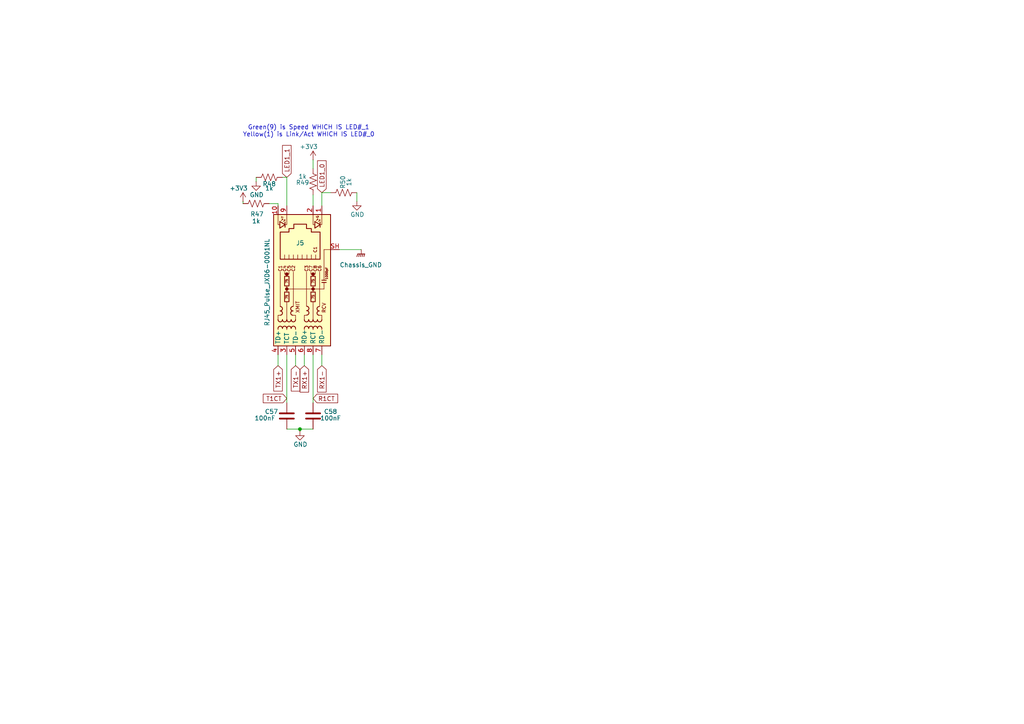
<source format=kicad_sch>
(kicad_sch (version 20250114) (generator "eeschema") (generator_version "9.0")
  (paper "A4")
  (title_block (date "2025-04-01") (rev "1") (company "Bronco Space") (comment 1 "SCALES") (comment 2 "By John Pollak"))
  (lib_symbols
    (symbol "Connector:RJ45_Pulse_JXD6-0001NL"
      (property "Reference" "J" (at 17.78 10.16 0))
      (property "Value" "RJ45_Pulse_JXD6-0001NL" (at -6.35 10.16 0))
      (symbol "RJ45_Pulse_JXD6-0001NL_0_0"
        (circle (center -1.27 5.08) (radius 0.0001) (stroke (width 0.508)))
        (polyline (pts (xy -1.27 5.08) (xy -1.27 -5.715)))
        (circle (center -1.27 -2.54) (radius 0.0001) (stroke (width 0.508)))
        (polyline (pts (xy 0.635 -5.08) (xy 0.635 -6.35)) (stroke (width 0.254)))
        (polyline (pts (xy 1.27 -5.08) (xy 1.27 -6.35)) (stroke (width 0.254)))
        (polyline (pts (xy 3.048 5.08) (xy 2.54 5.08)))
        (circle (center 3.048 5.08) (radius 0.0001) (stroke (width 0.508)))
        (polyline (pts (xy 3.048 -2.54) (xy 2.54 -2.54)))
        (circle (center 3.048 -2.54) (radius 0.0001) (stroke (width 0.508)))
        (polyline (pts (xy 3.683 5.715) (xy 3.048 5.715) (xy 3.048 4.445) (xy 3.683 4.445)))
        (polyline (pts (xy 3.683 -1.905) (xy 3.048 -1.905) (xy 3.048 -3.175) (xy 3.683 -3.175)))
        (polyline (pts (xy 17.399 7.112) (xy 17.399 7.62) (xy 20.32 7.62)))
        (polyline (pts (xy 17.399 -3.048) (xy 17.399 -2.54) (xy 20.32 -2.54)))
        (polyline (pts (xy 20.32 5.08) (xy 17.399 5.08) (xy 17.399 5.588)))
        (polyline (pts (xy 20.32 -5.08) (xy 17.399 -5.08) (xy 17.399 -4.572)))
        (text "XMIT" (at -8.255 1.905 0) (effects (font (size 1.016 1.016)) (justify left)))
        (text "RCV" (at -8.255 -5.715 0) (effects (font (size 1.016 1.016)) (justify left)))
        (text "C1" (at 4.699 6.985 0) (effects (font (size 0.889 0.889))))
        (text "C4" (at 4.699 5.715 0) (effects (font (size 0.889 0.889))))
        (text "C5" (at 4.699 4.445 0) (effects (font (size 0.889 0.889))))
        (text "C2" (at 4.699 3.175 0) (effects (font (size 0.889 0.889))))
        (text "C3" (at 4.699 -0.635 0) (effects (font (size 0.889 0.889))))
        (text "C7" (at 4.699 -1.905 0) (effects (font (size 0.889 0.889))))
        (text "C8" (at 4.699 -3.175 0) (effects (font (size 0.889 0.889))))
        (text "C6" (at 4.699 -4.445 0) (effects (font (size 0.889 0.889))))
        (text "C1" (at 10.16 -3.175 0) (effects (font (size 0.889 0.889))))
      )
      (symbol "RJ45_Pulse_JXD6-0001NL_0_1"
        (rectangle (start -17.78 8.89) (end 20.32 -7.62) (stroke (width 0.254)) (fill (type background)))
        (polyline (pts (xy -12.7 7.62) (xy -13.081 7.62)))
        (polyline (pts (xy -12.7 5.08) (xy -13.081 5.08)))
        (polyline (pts (xy -12.7 2.54) (xy -13.081 2.54)))
        (polyline (pts (xy -12.7 0) (xy -13.081 0)))
        (polyline (pts (xy -12.7 -2.54) (xy -13.081 -2.54)))
        (polyline (pts (xy -12.7 -5.08) (xy -13.081 -5.08)))
        (polyline (pts (xy -10.16 7.62) (xy -8.89 7.62) (xy -8.89 6.985)))
        (polyline (pts (xy -10.16 0) (xy -8.89 0) (xy -8.89 -0.635)))
        (polyline (pts (xy -8.89 3.175) (xy -8.89 2.54) (xy -10.16 2.54)))
        (polyline (pts (xy -8.89 -4.445) (xy -8.89 -5.08) (xy -10.16 -5.08)))
        (polyline (pts (xy -6.35 6.985) (xy 3.683 6.985)))
        (polyline (pts (xy -6.35 3.175) (xy 3.683 3.175)))
        (polyline (pts (xy -6.35 -4.445) (xy 3.683 -4.445)))
        (polyline (pts (xy -6.223 -0.635) (xy 3.683 -0.635)))
        (polyline (pts (xy -5.08 -2.54) (xy -10.16 -2.54)))
        (polyline (pts (xy -4.953 5.08) (xy -10.16 5.08)))
        (polyline (pts (xy -2.159 5.08) (xy -0.381 5.08)))
        (polyline (pts (xy -2.159 -2.54) (xy -0.381 -2.54)))
        (polyline (pts (xy 0.635 -5.715) (xy -1.27 -5.715)))
        (polyline (pts (xy 7.366 3.175) (xy 8.636 3.175)))
        (polyline (pts (xy 7.366 1.905) (xy 8.636 1.905)))
        (polyline (pts (xy 7.366 0.635) (xy 8.636 0.635)))
        (polyline (pts (xy 7.366 -0.762) (xy 8.636 -0.762)))
        (polyline (pts (xy 7.366 -2.032) (xy 8.636 -2.032)))
        (polyline (pts (xy 8.636 5.715) (xy 7.366 5.715)))
        (polyline (pts (xy 8.636 4.445) (xy 7.366 4.445)))
        (polyline (pts (xy 8.636 -3.302) (xy 7.366 -3.302)))
        (polyline (pts (xy 10.16 -5.715) (xy 1.27 -5.715)))
        (polyline (pts (xy 10.16 -5.715) (xy 10.16 -7.62)))
      )
      (symbol "RJ45_Pulse_JXD6-0001NL_1_0"
        (text "1000pF" (at 3.302 -6.477 0) (effects (font (size 0.635 0.635))))
      )
      (symbol "RJ45_Pulse_JXD6-0001NL_1_1"
        (arc (start -12.7 0) (mid -12.0677 -0.635) (end -12.7 -1.27) (stroke (width 0.254)))
        (arc (start -12.6973 7.62) (mid -12.065 6.985) (end -12.6973 6.35) (stroke (width 0.254)))
        (arc (start -12.6973 -1.27) (mid -12.065 -1.905) (end -12.6973 -2.54) (stroke (width 0.254)))
        (arc (start -12.6973 -2.54) (mid -12.065 -3.175) (end -12.6973 -3.81) (stroke (width 0.254)))
        (arc (start -12.6973 -3.81) (mid -12.065 -4.445) (end -12.6973 -5.08) (stroke (width 0.254)))
        (arc (start -12.6946 6.35) (mid -12.0623 5.715) (end -12.6946 5.08) (stroke (width 0.254)))
        (arc (start -12.6946 5.08) (mid -12.0623 4.445) (end -12.6946 3.81) (stroke (width 0.254)))
        (arc (start -12.6946 3.81) (mid -12.0623 3.175) (end -12.6946 2.54) (stroke (width 0.254)))
        (arc (start -10.1654 6.35) (mid -10.7977 6.985) (end -10.1654 7.62) (stroke (width 0.254)))
        (arc (start -10.1654 5.08) (mid -10.7977 5.715) (end -10.1654 6.35) (stroke (width 0.254)))
        (arc (start -10.1654 3.81) (mid -10.7977 4.445) (end -10.1654 5.08) (stroke (width 0.254)))
        (arc (start -10.1654 -1.27) (mid -10.7977 -0.635) (end -10.1654 0) (stroke (width 0.254)))
        (arc (start -10.1654 -2.54) (mid -10.7977 -1.905) (end -10.1654 -1.27) (stroke (width 0.254)))
        (arc (start -10.1654 -3.81) (mid -10.7977 -3.175) (end -10.1654 -2.54) (stroke (width 0.254)))
        (arc (start -10.1627 2.54) (mid -10.795 3.175) (end -10.1627 3.81) (stroke (width 0.254)))
        (arc (start -10.1627 -5.08) (mid -10.795 -4.445) (end -10.1627 -3.81) (stroke (width 0.254)))
        (arc (start -7.62 6.9823) (mid -8.255 6.35) (end -8.89 6.9823) (stroke (width 0.254)))
        (arc (start -8.89 3.3047) (mid -8.255 3.937) (end -7.62 3.3047) (stroke (width 0.254)))
        (arc (start -8.89 -4.3153) (mid -8.255 -3.683) (end -7.62 -4.3153) (stroke (width 0.254)))
        (arc (start -7.5565 -0.7012) (mid -8.1915 -1.3335) (end -8.8265 -0.7012) (stroke (width 0.254)))
        (arc (start -6.35 6.985) (mid -6.985 6.3527) (end -7.62 6.985) (stroke (width 0.254)))
        (arc (start -7.62 3.3074) (mid -6.985 3.9397) (end -6.35 3.3074) (stroke (width 0.254)))
        (arc (start -7.62 -4.3126) (mid -6.985 -3.6803) (end -6.35 -4.3126) (stroke (width 0.254)))
        (arc (start -6.2865 -0.6985) (mid -6.9215 -1.3308) (end -7.5565 -0.6985) (stroke (width 0.254)))
        (rectangle (start -4.953 5.715) (end -2.159 4.445) (stroke (width 0.254)))
        (rectangle (start -4.953 -1.905) (end -2.159 -3.175) (stroke (width 0.254)))
        (rectangle (start -0.381 5.715) (end 2.413 4.445) (stroke (width 0.254)))
        (rectangle (start -0.381 -1.905) (end 2.413 -3.175) (stroke (width 0.254)))
        (polyline (pts (xy 7.366 -4.572) (xy 7.366 6.985) (xy 15.24 6.985) (xy 15.24 4.445) (xy 16.256 4.445) (xy 16.256 3.048) (xy 17.526 3.048) (xy 17.526 -0.635) (xy 16.256 -0.635) (xy 16.256 -2.032) (xy 15.24 -2.032) (xy 15.24 -4.572) (xy 7.366 -4.572)) (stroke (width 0.254)))
        (polyline (pts (xy 18.161 5.588) (xy 16.637 5.588)) (stroke (width 0.254)))
        (polyline (pts (xy 18.161 -4.572) (xy 16.637 -4.572)) (stroke (width 0.254)))
        (polyline (pts (xy 18.288 7.112) (xy 16.383 7.112) (xy 17.399 5.588) (xy 18.288 7.112)) (stroke (width 0.254)))
        (polyline (pts (xy 18.288 6.096) (xy 18.796 5.588) (xy 18.542 5.588)))
        (polyline (pts (xy 18.288 -3.048) (xy 16.383 -3.048) (xy 17.399 -4.572) (xy 18.288 -3.048)) (stroke (width 0.254)))
        (polyline (pts (xy 18.288 -4.064) (xy 18.796 -4.572) (xy 18.542 -4.572)))
        (polyline (pts (xy 18.542 6.731) (xy 19.05 6.223) (xy 18.796 6.223)))
        (polyline (pts (xy 18.542 -3.429) (xy 19.05 -3.937) (xy 18.796 -3.937)))
        (polyline (pts (xy 18.796 5.588) (xy 18.796 5.842)))
        (polyline (pts (xy 18.796 -4.572) (xy 18.796 -4.318)))
        (polyline (pts (xy 19.05 6.223) (xy 19.05 6.477)))
        (polyline (pts (xy 19.05 -3.937) (xy 19.05 -3.683)))
        (text "75" (at -3.556 5.08 0) (effects (font (size 0.635 0.635))))
        (text "75" (at -3.556 -2.54 0) (effects (font (size 0.635 0.635))))
        (text "75" (at 1.016 5.08 0) (effects (font (size 0.635 0.635))))
        (text "75" (at 1.016 -2.54 0) (effects (font (size 0.635 0.635))))
        (text "Y" (at 19.558 6.35 0) (effects (font (size 0.635 0.635))))
        (text "G" (at 19.685 -3.81 0) (effects (font (size 0.635 0.635))))
        (pin passive line (at -20.32 7.62 0) (length 2.54) (name "TD+") (number "4"))
        (pin passive line (at -20.32 5.08 0) (length 2.54) (name "TCT") (number "3"))
        (pin passive line (at -20.32 2.54 0) (length 2.54) (name "TD-") (number "5"))
        (pin passive line (at -20.32 0 0) (length 2.54) (name "RD+") (number "6"))
        (pin passive line (at -20.32 -2.54 0) (length 2.54) (name "RCT") (number "8"))
        (pin passive line (at -20.32 -5.08 0) (length 2.54) (name "RD-") (number "7"))
        (pin power_in line (at 10.16 -10.16 90) (length 2.54) (name "") (number "SH"))
        (pin passive line (at 22.86 7.62 180) (length 2.54) (name "") (number "10"))
        (pin passive line (at 22.86 5.08 180) (length 2.54) (name "") (number "9"))
        (pin passive line (at 22.86 -2.54 180) (length 2.54) (name "") (number "2"))
        (pin passive line (at 22.86 -5.08 180) (length 2.54) (name "") (number "1"))
      )
    )
    (symbol "Device:C" (pin_numbers (hide yes)) (pin_names (offset 0.254))
      (property "Reference" "C" (at 0.635 2.54 0))
      (property "Value" "C" (at 0.635 -2.54 0))
      (symbol "C_0_1"
        (polyline (pts (xy -2.032 0.762) (xy 2.032 0.762)) (stroke (width 0.508)))
        (polyline (pts (xy -2.032 -0.762) (xy 2.032 -0.762)) (stroke (width 0.508)))
      )
      (symbol "C_1_1"
        (pin passive line (at 0 3.81 270) (length 2.794) (name "~") (number "1"))
        (pin passive line (at 0 -3.81 90) (length 2.794) (name "~") (number "2"))
      )
    )
    (symbol "Device:R_US" (pin_numbers (hide yes)) (pin_names (offset 0))
      (property "Reference" "R" (at 2.54 0 90))
      (property "Value" "R_US" (at -2.54 0 90))
      (symbol "R_US_0_1"
        (polyline (pts (xy 0 2.286) (xy 0 2.54)))
        (polyline (pts (xy 0 2.286) (xy 1.016 1.905) (xy 0 1.524) (xy -1.016 1.143) (xy 0 0.762)))
        (polyline (pts (xy 0 0.762) (xy 1.016 0.381) (xy 0 0) (xy -1.016 -0.381) (xy 0 -0.762)))
        (polyline (pts (xy 0 -0.762) (xy 1.016 -1.143) (xy 0 -1.524) (xy -1.016 -1.905) (xy 0 -2.286)))
        (polyline (pts (xy 0 -2.286) (xy 0 -2.54)))
      )
      (symbol "R_US_1_1"
        (pin passive line (at 0 3.81 270) (length 1.27) (name "~") (number "1"))
        (pin passive line (at 0 -3.81 90) (length 1.27) (name "~") (number "2"))
      )
    )
    (symbol "power:+3V3" (power) (pin_numbers (hide yes)) (pin_names (offset 0) (hide yes))
      (property "Value" "+3V3" (at 0 3.556 0))
      (symbol "+3V3_0_1"
        (polyline (pts (xy -0.762 1.27) (xy 0 2.54)))
        (polyline (pts (xy 0 2.54) (xy 0.762 1.27)))
        (polyline (pts (xy 0 0) (xy 0 2.54)))
      )
      (symbol "+3V3_1_1"
        (pin power_in line (at 0 0 90) (length 0) (name "~") (number "1"))
      )
    )
    (symbol "power:GND" (power) (pin_numbers (hide yes)) (pin_names (offset 0) (hide yes))
      (property "Value" "GND" (at 0 -3.81 0))
      (symbol "GND_0_1"
        (polyline (pts (xy 0 0) (xy 0 -1.27) (xy 1.27 -1.27) (xy 0 -2.54) (xy -1.27 -1.27) (xy 0 -1.27)))
      )
      (symbol "GND_1_1"
        (pin power_in line (at 0 0 270) (length 0) (name "~") (number "1"))
      )
    )
    (symbol "power:GNDPWR" (power) (pin_numbers (hide yes)) (pin_names (offset 0) (hide yes))
      (property "Value" "GNDPWR" (at 0 -3.302 0))
      (symbol "GNDPWR_0_1"
        (polyline (pts (xy -1.016 -1.27) (xy -1.27 -2.032) (xy -1.27 -2.032)) (stroke (width 0.2032)))
        (polyline (pts (xy -0.508 -1.27) (xy -0.762 -2.032) (xy -0.762 -2.032)) (stroke (width 0.2032)))
        (polyline (pts (xy 0 -1.27) (xy 0 0)))
        (polyline (pts (xy 0 -1.27) (xy -0.254 -2.032) (xy -0.254 -2.032)) (stroke (width 0.2032)))
        (polyline (pts (xy 0.508 -1.27) (xy 0.254 -2.032) (xy 0.254 -2.032)) (stroke (width 0.2032)))
        (polyline (pts (xy 1.016 -1.27) (xy -1.016 -1.27) (xy -1.016 -1.27)) (stroke (width 0.2032)))
        (polyline (pts (xy 1.016 -1.27) (xy 0.762 -2.032) (xy 0.762 -2.032) (xy 0.762 -2.032)) (stroke (width 0.2032)))
      )
      (symbol "GNDPWR_1_1"
        (pin power_in line (at 0 0 270) (length 0) (name "~") (number "1"))
      )
    )
  )
  (text "Green(9) is Speed WHICH IS LED#_1\nYellow(1) is Link/Act WHICH IS LED#_0\n" (at 89.535 38.1 0) (effects (font (size 1.27 1.27))))
  (junction (at 86.995 124.46))
  (wire (pts (xy 83.185 124.46) (xy 86.995 124.46)))
  (wire (pts (xy 80.645 106.045) (xy 80.645 102.87)))
  (wire (pts (xy 83.185 102.87) (xy 83.185 116.84)))
  (wire (pts (xy 80.645 59.055) (xy 80.645 59.69)))
  (wire (pts (xy 78.105 59.055) (xy 80.645 59.055)))
  (wire (pts (xy 88.265 106.045) (xy 88.265 102.87)))
  (wire (pts (xy 93.345 59.69) (xy 93.345 55.88)))
  (wire (pts (xy 90.805 102.87) (xy 90.805 116.84)))
  (wire (pts (xy 93.345 55.88) (xy 95.885 55.88)))
  (wire (pts (xy 93.345 106.045) (xy 93.345 102.87)))
  (wire (pts (xy 86.995 124.46) (xy 90.805 124.46)))
  (wire (pts (xy 70.485 58.42) (xy 70.485 59.055)))
  (wire (pts (xy 85.725 106.045) (xy 85.725 102.87)))
  (wire (pts (xy 83.185 51.435) (xy 83.185 59.69)))
  (wire (pts (xy 81.915 51.435) (xy 83.185 51.435)))
  (wire (pts (xy 103.505 55.88) (xy 103.505 58.42)))
  (wire (pts (xy 90.805 46.355) (xy 90.805 48.895)))
  (wire (pts (xy 86.995 124.46) (xy 86.995 125.095)))
  (wire (pts (xy 90.805 56.515) (xy 90.805 59.69)))
  (wire (pts (xy 74.295 51.435) (xy 74.295 52.705)))
  (wire (pts (xy 98.425 72.39) (xy 104.775 72.39)))
  (global_label "LED1_0" (shape input) (at 93.345 55.88 90) (property "Intersheetrefs" "${INTERSHEET_REFS}" (effects (hide yes))))
  (global_label "TX1-" (shape input) (at 85.725 106.045 270) (property "Intersheetrefs" "${INTERSHEET_REFS}" (effects (hide yes))) (property "Netclass" "DP_100R_TOP" (effects (hide yes))))
  (global_label "R1CT" (shape input) (at 90.805 115.57 0) (property "Intersheetrefs" "${INTERSHEET_REFS}" (effects (hide yes))))
  (global_label "RX1-" (shape input) (at 93.345 106.045 270) (property "Intersheetrefs" "${INTERSHEET_REFS}" (effects (hide yes))) (property "Netclass" "DP_100R_TOP" (effects (hide yes))))
  (global_label "TX1+" (shape input) (at 80.645 106.045 270) (property "Intersheetrefs" "${INTERSHEET_REFS}" (effects (hide yes))) (property "Netclass" "DP_100R_TOP" (effects (hide yes))))
  (global_label "LED1_1" (shape input) (at 83.185 51.435 90) (property "Intersheetrefs" "${INTERSHEET_REFS}" (effects (hide yes))))
  (global_label "T1CT" (shape input) (at 83.185 115.57 180) (property "Intersheetrefs" "${INTERSHEET_REFS}" (effects (hide yes))))
  (global_label "RX1+" (shape input) (at 88.265 106.045 270) (property "Intersheetrefs" "${INTERSHEET_REFS}" (effects (hide yes))) (property "Netclass" "DP_100R_TOP" (effects (hide yes))))
  (symbol (lib_id "Device:R_US") (at 74.295 59.055 270) (unit 1)
    (property "Reference" "R47" (at 74.549 62.103 90))
    (property "Value" "1k" (at 74.295 64.135 90))
    (property "Footprint" "Resistor_SMD:R_0603_1608Metric" (effects (hide yes)))
    (property "Description" "Resistor, US symbol" (effects (hide yes)))
  )
  (symbol (lib_id "power:GND") (at 86.995 125.095 0) (unit 1)
    (property "Reference" "#PWR0134" (effects (hide yes)))
    (property "Value" "GND" (at 85.09 128.905 0) (effects (justify left)))
    (property "Description" "Power symbol creates a global label with name \"GND\" , ground" (effects (hide yes)))
  )
  (symbol (lib_id "Device:C") (at 90.805 120.65 0) (unit 1)
    (property "Reference" "C58" (at 95.885 119.38 0))
    (property "Value" "100nF" (at 95.885 121.285 0))
    (property "Footprint" "Capacitor_SMD:C_0402_1005Metric" (effects (hide yes)))
    (property "Description" "Unpolarized capacitor" (effects (hide yes)))
  )
  (symbol (lib_id "power:+3V3") (at 70.485 58.42 0) (unit 1)
    (property "Reference" "#PWR0132" (effects (hide yes)))
    (property "Value" "+3V3" (at 69.215 54.61 0))
    (property "Description" "Power symbol creates a global label with name \"+3V3\"" (effects (hide yes)))
  )
  (symbol (lib_id "Device:C") (at 83.185 120.65 0) (unit 1)
    (property "Reference" "C57" (at 78.74 119.38 0))
    (property "Value" "100nF" (at 76.835 121.285 0))
    (property "Footprint" "Capacitor_SMD:C_0402_1005Metric" (effects (hide yes)))
    (property "Description" "Unpolarized capacitor" (effects (hide yes)))
  )
  (symbol (lib_id "power:GND") (at 103.505 58.42 0) (unit 1)
    (property "Reference" "#PWR0136" (effects (hide yes)))
    (property "Value" "GND" (at 101.6 62.23 0) (effects (justify left)))
    (property "Description" "Power symbol creates a global label with name \"GND\" , ground" (effects (hide yes)))
  )
  (symbol (lib_id "power:GND") (at 74.295 52.705 0) (unit 1)
    (property "Reference" "#PWR0133" (effects (hide yes)))
    (property "Value" "GND" (at 72.39 56.515 0) (effects (justify left)))
    (property "Description" "Power symbol creates a global label with name \"GND\" , ground" (effects (hide yes)))
  )
  (symbol (lib_id "Device:R_US") (at 90.805 52.705 180) (unit 1)
    (property "Reference" "R49" (at 87.757 52.959 0))
    (property "Value" "1k" (at 87.757 51.181 0))
    (property "Footprint" "Resistor_SMD:R_0603_1608Metric" (effects (hide yes)))
    (property "Description" "Resistor, US symbol" (effects (hide yes)))
  )
  (symbol (lib_id "power:+3V3") (at 90.805 46.355 0) (unit 1)
    (property "Reference" "#PWR0135" (effects (hide yes)))
    (property "Value" "+3V3" (at 89.535 42.545 0))
    (property "Description" "Power symbol creates a global label with name \"+3V3\"" (effects (hide yes)))
  )
  (symbol (lib_id "power:GNDPWR") (at 104.775 72.39 0) (unit 1)
    (property "Reference" "#PWR0137" (effects (hide yes)))
    (property "Value" "Chassis_GND" (at 104.648 76.835 0))
    (property "Description" "Power symbol creates a global label with name \"GNDPWR\" , global ground" (effects (hide yes)))
  )
  (symbol (lib_id "Device:R_US") (at 78.105 51.435 270) (unit 1)
    (property "Reference" "R48" (at 78.105 53.34 90))
    (property "Value" "1k" (at 78.105 54.61 90))
    (property "Footprint" "Resistor_SMD:R_0603_1608Metric" (effects (hide yes)))
    (property "Description" "Resistor, US symbol" (effects (hide yes)))
  )
  (symbol (lib_id "Device:R_US") (at 99.695 55.88 90) (unit 1)
    (property "Reference" "R50" (at 99.441 52.832 0))
    (property "Value" "1k" (at 101.219 52.832 0))
    (property "Footprint" "Resistor_SMD:R_0603_1608Metric" (effects (hide yes)))
    (property "Description" "Resistor, US symbol" (effects (hide yes)))
  )
  (symbol (lib_id "Connector:RJ45_Pulse_JXD6-0001NL") (at 88.265 82.55 90) (unit 1)
    (property "Reference" "J5" (at 88.265 70.485 90) (effects (justify left)))
    (property "Value" "RJ45_Pulse_JXD6-0001NL" (at 77.47 94.615 0) (effects (justify left)))
    (property "Footprint" "Connector_RJ:RJ45_Pulse_JXD6-0001NL_Horizontal" (effects (hide yes)))
    (property "Datasheet" "https://productfinder.pulseeng.com/doc_type/WEB301/doc_num/JXD6-0001NL/doc_part/JXD6-0001NL.pdf" (effects (hide yes)))
    (property "Description" "LAN Transformer Jack, RJ45, 10/100 BaseT" (effects (hide yes)))
    (property "LCSC link" "https://lcsc.com/product-detail/Ethernet-Connectors-Modular-Connectors-RJ45-RJ11_Pulse-Elec-JXD6-0001NL_C5359047.html?s_z=n_C5359047" (effects (hide yes)))
  )
)
</source>
